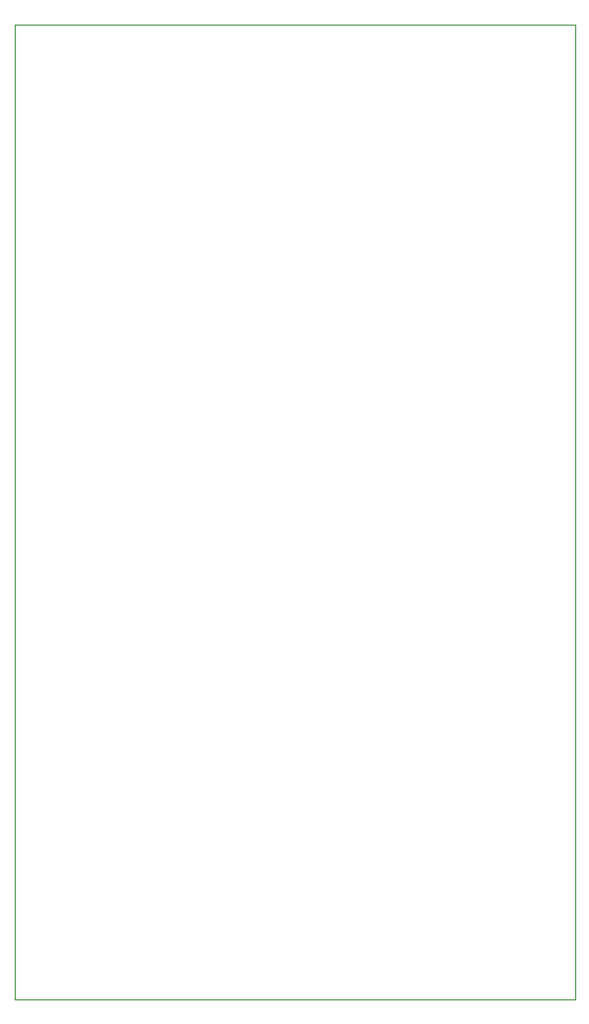
<source format=gm1>
G04 #@! TF.GenerationSoftware,KiCad,Pcbnew,5.1.4*
G04 #@! TF.CreationDate,2019-11-11T19:51:54+01:00*
G04 #@! TF.ProjectId,PluggyReloaded,506c7567-6779-4526-956c-6f616465642e,rev?*
G04 #@! TF.SameCoordinates,Original*
G04 #@! TF.FileFunction,Profile,NP*
%FSLAX46Y46*%
G04 Gerber Fmt 4.6, Leading zero omitted, Abs format (unit mm)*
G04 Created by KiCad (PCBNEW 5.1.4) date 2019-11-11 19:51:54*
%MOMM*%
%LPD*%
G04 APERTURE LIST*
%ADD10C,0.050000*%
G04 APERTURE END LIST*
D10*
X165100000Y-58420000D02*
X165100000Y-142240000D01*
X213360000Y-58420000D02*
X165100000Y-58420000D01*
X213360000Y-142240000D02*
X213360000Y-58420000D01*
X165100000Y-142240000D02*
X213360000Y-142240000D01*
M02*

</source>
